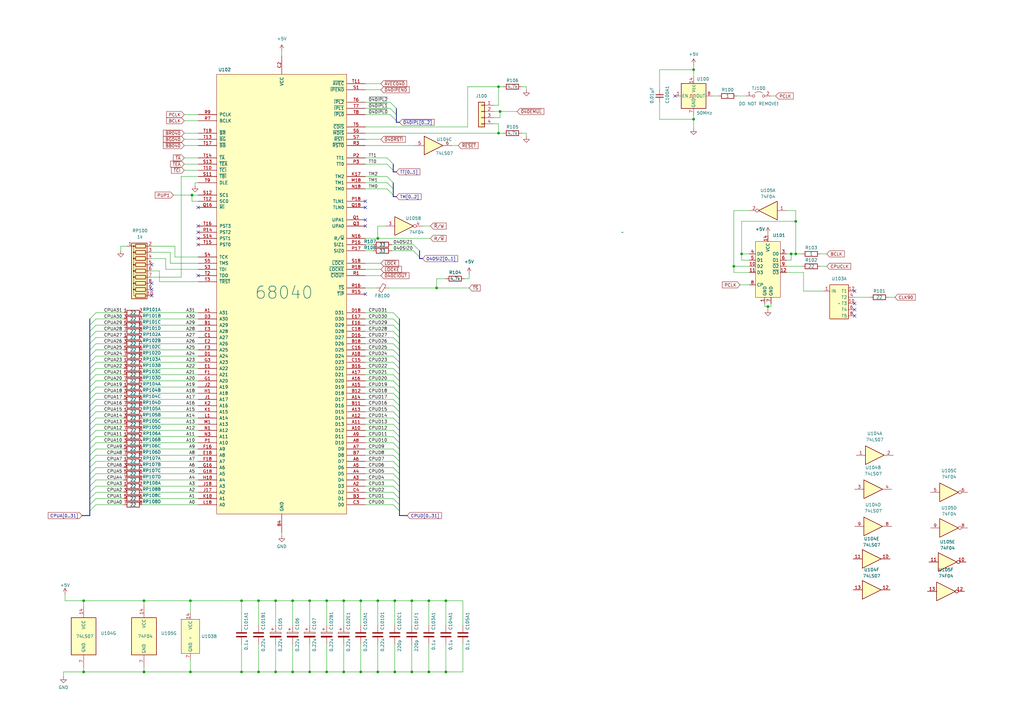
<source format=kicad_sch>
(kicad_sch (version 20230121) (generator eeschema)
  (paper "A3")
  (title_block (title "OpenA3640") (date "2023-09-13") (rev "1") (company "Griffin Retro"))
  (junction (at 120.015 275.59))
  (junction (at 140.97 275.59))
  (junction (at 161.925 275.59))
  (junction (at 168.91 275.59))
  (junction (at 168.91 246.38))
  (junction (at 78.74 80.01))
  (junction (at 326.39 104.14))
  (junction (at 179.07 118.11))
  (junction (at 59.055 275.59))
  (junction (at 182.88 246.38))
  (junction (at 204.47 35.56))
  (junction (at 99.06 246.38))
  (junction (at 127 275.59))
  (junction (at 204.47 54.61))
  (junction (at 326.39 90.805))
  (junction (at 300.99 109.22))
  (junction (at 133.985 275.59))
  (junction (at 34.29 275.59))
  (junction (at 140.97 246.38))
  (junction (at 127 246.38))
  (junction (at 78.105 275.59))
  (junction (at 154.94 246.38))
  (junction (at 133.985 246.38))
  (junction (at 324.485 104.14))
  (junction (at 161.925 246.38))
  (junction (at 154.94 275.59))
  (junction (at 147.955 275.59))
  (junction (at 113.03 275.59))
  (junction (at 99.06 275.59))
  (junction (at 284.48 28.575))
  (junction (at 106.045 275.59))
  (junction (at 175.895 246.38))
  (junction (at 284.48 48.895))
  (junction (at 106.045 246.38))
  (junction (at 147.955 246.38))
  (junction (at 113.03 246.38))
  (junction (at 182.88 275.59))
  (junction (at 205.105 45.72))
  (junction (at 78.105 246.38))
  (junction (at 154.94 97.79))
  (junction (at 304.165 104.14))
  (junction (at 120.015 246.38))
  (junction (at 34.29 246.38))
  (junction (at 175.895 275.59))
  (junction (at 59.055 246.38))
  (junction (at 314.96 125.73))
  (no_connect (at 276.86 39.37))
  (no_connect (at 350.52 127))
  (no_connect (at 81.28 100.33))
  (no_connect (at 149.86 90.17))
  (no_connect (at 149.86 120.65))
  (no_connect (at 81.28 92.71))
  (no_connect (at 81.28 113.03))
  (no_connect (at 81.28 85.09))
  (no_connect (at 62.23 121.285))
  (no_connect (at 81.28 95.25))
  (no_connect (at 149.86 82.55))
  (no_connect (at 350.52 129.54))
  (no_connect (at 62.23 108.585))
  (no_connect (at 149.86 92.71))
  (no_connect (at 149.86 85.09))
  (no_connect (at 62.23 118.745))
  (no_connect (at 350.52 119.38))
  (no_connect (at 350.52 124.46))
  (no_connect (at 62.23 116.205))
  (no_connect (at 81.28 97.79))
  (bus_entry (at 161.29 151.13) (size 2.54 2.54))
  (bus_entry (at 161.29 153.67) (size 2.54 2.54))
  (bus_entry (at 39.37 151.13) (size -2.54 2.54))
  (bus_entry (at 39.37 191.77) (size -2.54 2.54))
  (bus_entry (at 39.37 148.59) (size -2.54 2.54))
  (bus_entry (at 158.75 64.77) (size 2.54 2.54))
  (bus_entry (at 39.37 201.93) (size -2.54 2.54))
  (bus_entry (at 161.29 196.85) (size 2.54 2.54))
  (bus_entry (at 160.02 46.99) (size 2.54 2.54))
  (bus_entry (at 161.29 130.81) (size 2.54 2.54))
  (bus_entry (at 161.29 140.97) (size 2.54 2.54))
  (bus_entry (at 161.29 186.69) (size 2.54 2.54))
  (bus_entry (at 39.37 176.53) (size -2.54 2.54))
  (bus_entry (at 39.37 204.47) (size -2.54 2.54))
  (bus_entry (at 161.29 138.43) (size 2.54 2.54))
  (bus_entry (at 161.29 156.21) (size 2.54 2.54))
  (bus_entry (at 39.37 199.39) (size -2.54 2.54))
  (bus_entry (at 161.29 194.31) (size 2.54 2.54))
  (bus_entry (at 158.75 74.93) (size 2.54 2.54))
  (bus_entry (at 158.75 77.47) (size 2.54 2.54))
  (bus_entry (at 161.29 181.61) (size 2.54 2.54))
  (bus_entry (at 161.29 199.39) (size 2.54 2.54))
  (bus_entry (at 39.37 166.37) (size -2.54 2.54))
  (bus_entry (at 161.29 191.77) (size 2.54 2.54))
  (bus_entry (at 161.29 184.15) (size 2.54 2.54))
  (bus_entry (at 161.29 158.75) (size 2.54 2.54))
  (bus_entry (at 161.29 189.23) (size 2.54 2.54))
  (bus_entry (at 39.37 173.99) (size -2.54 2.54))
  (bus_entry (at 161.29 148.59) (size 2.54 2.54))
  (bus_entry (at 161.29 135.89) (size 2.54 2.54))
  (bus_entry (at 39.37 135.89) (size -2.54 2.54))
  (bus_entry (at 39.37 133.35) (size -2.54 2.54))
  (bus_entry (at 39.37 156.21) (size -2.54 2.54))
  (bus_entry (at 161.29 146.05) (size 2.54 2.54))
  (bus_entry (at 39.37 207.01) (size -2.54 2.54))
  (bus_entry (at 39.37 143.51) (size -2.54 2.54))
  (bus_entry (at 161.29 171.45) (size 2.54 2.54))
  (bus_entry (at 39.37 130.81) (size -2.54 2.54))
  (bus_entry (at 39.37 189.23) (size -2.54 2.54))
  (bus_entry (at 161.29 163.83) (size 2.54 2.54))
  (bus_entry (at 158.75 67.31) (size 2.54 2.54))
  (bus_entry (at 161.29 166.37) (size 2.54 2.54))
  (bus_entry (at 160.02 44.45) (size 2.54 2.54))
  (bus_entry (at 161.29 133.35) (size 2.54 2.54))
  (bus_entry (at 39.37 138.43) (size -2.54 2.54))
  (bus_entry (at 161.29 173.99) (size 2.54 2.54))
  (bus_entry (at 161.29 143.51) (size 2.54 2.54))
  (bus_entry (at 158.75 72.39) (size 2.54 2.54))
  (bus_entry (at 39.37 128.27) (size -2.54 2.54))
  (bus_entry (at 161.29 207.01) (size 2.54 2.54))
  (bus_entry (at 169.545 102.87) (size 2.54 2.54))
  (bus_entry (at 39.37 163.83) (size -2.54 2.54))
  (bus_entry (at 161.29 201.93) (size 2.54 2.54))
  (bus_entry (at 161.29 176.53) (size 2.54 2.54))
  (bus_entry (at 39.37 186.69) (size -2.54 2.54))
  (bus_entry (at 39.37 158.75) (size -2.54 2.54))
  (bus_entry (at 39.37 184.15) (size -2.54 2.54))
  (bus_entry (at 161.29 168.91) (size 2.54 2.54))
  (bus_entry (at 39.37 161.29) (size -2.54 2.54))
  (bus_entry (at 39.37 153.67) (size -2.54 2.54))
  (bus_entry (at 160.02 41.91) (size 2.54 2.54))
  (bus_entry (at 39.37 168.91) (size -2.54 2.54))
  (bus_entry (at 161.29 179.07) (size 2.54 2.54))
  (bus_entry (at 169.545 100.33) (size 2.54 2.54))
  (bus_entry (at 39.37 179.07) (size -2.54 2.54))
  (bus_entry (at 39.37 146.05) (size -2.54 2.54))
  (bus_entry (at 161.29 128.27) (size 2.54 2.54))
  (bus_entry (at 39.37 171.45) (size -2.54 2.54))
  (bus_entry (at 39.37 196.85) (size -2.54 2.54))
  (bus_entry (at 39.37 181.61) (size -2.54 2.54))
  (bus_entry (at 161.29 204.47) (size 2.54 2.54))
  (bus_entry (at 39.37 140.97) (size -2.54 2.54))
  (bus_entry (at 39.37 194.31) (size -2.54 2.54))
  (bus_entry (at 161.29 161.29) (size 2.54 2.54))
  (wire (pts (xy 336.55 104.14) (xy 339.09 104.14)))
  (wire (pts (xy 50.8 204.47) (xy 39.37 204.47)))
  (wire (pts (xy 58.42 201.93) (xy 81.28 201.93)))
  (wire (pts (xy 313.69 125.73) (xy 314.96 125.73)))
  (bus (pts (xy 36.83 186.69) (xy 36.83 189.23)))
  (wire (pts (xy 300.99 111.76) (xy 307.34 111.76)))
  (wire (pts (xy 50.8 199.39) (xy 39.37 199.39)))
  (wire (pts (xy 58.42 153.67) (xy 81.28 153.67)))
  (bus (pts (xy 36.83 130.81) (xy 36.83 133.35)))
  (wire (pts (xy 202.565 48.26) (xy 205.105 48.26)))
  (bus (pts (xy 162.56 49.53) (xy 162.56 50.165)))
  (wire (pts (xy 58.42 194.31) (xy 81.28 194.31)))
  (wire (pts (xy 149.86 100.33) (xy 153.035 100.33)))
  (wire (pts (xy 292.1 39.37) (xy 294.64 39.37)))
  (wire (pts (xy 58.42 171.45) (xy 81.28 171.45)))
  (wire (pts (xy 113.03 275.59) (xy 120.015 275.59)))
  (bus (pts (xy 163.83 161.29) (xy 163.83 163.83)))
  (wire (pts (xy 50.8 201.93) (xy 39.37 201.93)))
  (wire (pts (xy 149.86 77.47) (xy 158.75 77.47)))
  (wire (pts (xy 133.985 256.54) (xy 133.985 246.38)))
  (bus (pts (xy 163.83 153.67) (xy 163.83 156.21)))
  (wire (pts (xy 326.39 86.36) (xy 326.39 90.805)))
  (wire (pts (xy 59.055 248.285) (xy 59.055 246.38)))
  (wire (pts (xy 58.42 168.91) (xy 81.28 168.91)))
  (wire (pts (xy 149.86 34.29) (xy 156.21 34.29)))
  (bus (pts (xy 163.83 209.55) (xy 163.83 211.455)))
  (bus (pts (xy 163.83 168.91) (xy 163.83 171.45)))
  (wire (pts (xy 58.42 140.97) (xy 81.28 140.97)))
  (wire (pts (xy 149.86 97.79) (xy 154.94 97.79)))
  (wire (pts (xy 50.8 138.43) (xy 39.37 138.43)))
  (wire (pts (xy 304.165 106.68) (xy 304.165 104.14)))
  (wire (pts (xy 50.8 140.97) (xy 39.37 140.97)))
  (wire (pts (xy 50.8 207.01) (xy 39.37 207.01)))
  (wire (pts (xy 168.91 264.16) (xy 168.91 275.59)))
  (bus (pts (xy 163.83 140.97) (xy 163.83 143.51)))
  (wire (pts (xy 154.94 275.59) (xy 161.925 275.59)))
  (wire (pts (xy 78.105 275.59) (xy 99.06 275.59)))
  (wire (pts (xy 147.955 275.59) (xy 154.94 275.59)))
  (wire (pts (xy 191.77 52.07) (xy 191.77 35.56)))
  (bus (pts (xy 163.83 204.47) (xy 163.83 207.01)))
  (bus (pts (xy 163.83 189.23) (xy 163.83 191.77)))
  (wire (pts (xy 202.565 50.8) (xy 204.47 50.8)))
  (bus (pts (xy 161.29 67.31) (xy 161.29 69.85)))
  (bus (pts (xy 163.83 176.53) (xy 163.83 179.07)))
  (wire (pts (xy 50.8 189.23) (xy 39.37 189.23)))
  (bus (pts (xy 163.83 199.39) (xy 163.83 201.93)))
  (wire (pts (xy 50.8 148.59) (xy 39.37 148.59)))
  (wire (pts (xy 147.955 264.16) (xy 147.955 275.59)))
  (wire (pts (xy 149.86 46.99) (xy 160.02 46.99)))
  (bus (pts (xy 172.085 106.045) (xy 173.355 106.045)))
  (wire (pts (xy 191.77 35.56) (xy 204.47 35.56)))
  (bus (pts (xy 163.83 130.81) (xy 163.83 133.35)))
  (wire (pts (xy 67.945 110.49) (xy 67.945 106.045)))
  (bus (pts (xy 163.83 171.45) (xy 163.83 173.99)))
  (wire (pts (xy 34.29 275.59) (xy 26.035 275.59)))
  (wire (pts (xy 160.655 100.33) (xy 169.545 100.33)))
  (wire (pts (xy 202.565 43.18) (xy 204.47 43.18)))
  (wire (pts (xy 50.8 191.77) (xy 39.37 191.77)))
  (wire (pts (xy 75.565 69.85) (xy 81.28 69.85)))
  (wire (pts (xy 149.86 148.59) (xy 161.29 148.59)))
  (wire (pts (xy 75.565 59.69) (xy 81.28 59.69)))
  (wire (pts (xy 58.42 186.69) (xy 81.28 186.69)))
  (wire (pts (xy 314.96 125.73) (xy 314.96 127)))
  (wire (pts (xy 58.42 207.01) (xy 81.28 207.01)))
  (wire (pts (xy 324.485 106.68) (xy 324.485 104.14)))
  (wire (pts (xy 149.86 158.75) (xy 161.29 158.75)))
  (wire (pts (xy 140.97 275.59) (xy 147.955 275.59)))
  (wire (pts (xy 50.8 143.51) (xy 39.37 143.51)))
  (wire (pts (xy 58.42 184.15) (xy 81.28 184.15)))
  (bus (pts (xy 36.83 176.53) (xy 36.83 179.07)))
  (wire (pts (xy 75.565 46.99) (xy 81.28 46.99)))
  (wire (pts (xy 149.86 166.37) (xy 161.29 166.37)))
  (wire (pts (xy 307.34 86.36) (xy 300.99 86.36)))
  (wire (pts (xy 175.895 256.54) (xy 175.895 246.38)))
  (wire (pts (xy 149.86 57.15) (xy 156.21 57.15)))
  (wire (pts (xy 65.405 115.57) (xy 65.405 111.125)))
  (wire (pts (xy 50.8 194.31) (xy 39.37 194.31)))
  (wire (pts (xy 270.51 36.83) (xy 270.51 28.575)))
  (wire (pts (xy 322.58 111.76) (xy 329.565 111.76)))
  (bus (pts (xy 161.29 69.85) (xy 161.29 70.485)))
  (wire (pts (xy 284.48 46.99) (xy 284.48 48.895)))
  (wire (pts (xy 78.105 270.51) (xy 78.105 275.59)))
  (wire (pts (xy 58.42 163.83) (xy 81.28 163.83)))
  (wire (pts (xy 284.48 28.575) (xy 284.48 31.75)))
  (wire (pts (xy 34.29 273.685) (xy 34.29 275.59)))
  (wire (pts (xy 322.58 104.14) (xy 324.485 104.14)))
  (wire (pts (xy 189.865 264.16) (xy 189.865 275.59)))
  (wire (pts (xy 149.86 191.77) (xy 161.29 191.77)))
  (wire (pts (xy 304.165 104.14) (xy 307.34 104.14)))
  (wire (pts (xy 58.42 151.13) (xy 81.28 151.13)))
  (wire (pts (xy 300.99 86.36) (xy 300.99 109.22)))
  (wire (pts (xy 71.755 105.41) (xy 71.755 100.965)))
  (bus (pts (xy 36.83 189.23) (xy 36.83 191.77)))
  (bus (pts (xy 36.83 135.89) (xy 36.83 138.43)))
  (wire (pts (xy 322.58 106.68) (xy 324.485 106.68)))
  (wire (pts (xy 149.86 204.47) (xy 161.29 204.47)))
  (bus (pts (xy 36.83 138.43) (xy 36.83 140.97)))
  (wire (pts (xy 127 275.59) (xy 133.985 275.59)))
  (wire (pts (xy 160.655 102.87) (xy 169.545 102.87)))
  (wire (pts (xy 149.86 196.85) (xy 161.29 196.85)))
  (wire (pts (xy 50.8 171.45) (xy 39.37 171.45)))
  (wire (pts (xy 106.045 264.16) (xy 106.045 275.59)))
  (wire (pts (xy 58.42 158.75) (xy 81.28 158.75)))
  (wire (pts (xy 59.055 246.38) (xy 78.105 246.38)))
  (wire (pts (xy 149.86 72.39) (xy 158.75 72.39)))
  (wire (pts (xy 326.39 104.14) (xy 328.93 104.14)))
  (wire (pts (xy 34.29 246.38) (xy 34.29 248.285)))
  (wire (pts (xy 50.8 186.69) (xy 39.37 186.69)))
  (wire (pts (xy 50.8 156.21) (xy 39.37 156.21)))
  (wire (pts (xy 78.74 82.55) (xy 78.74 80.01)))
  (bus (pts (xy 162.56 50.165) (xy 163.83 50.165)))
  (wire (pts (xy 58.42 133.35) (xy 81.28 133.35)))
  (wire (pts (xy 147.955 246.38) (xy 147.955 256.54)))
  (wire (pts (xy 59.055 246.38) (xy 34.29 246.38)))
  (bus (pts (xy 163.83 184.15) (xy 163.83 186.69)))
  (bus (pts (xy 36.83 179.07) (xy 36.83 181.61)))
  (wire (pts (xy 158.115 92.71) (xy 154.94 92.71)))
  (bus (pts (xy 163.83 211.455) (xy 167.005 211.455)))
  (wire (pts (xy 58.42 179.07) (xy 81.28 179.07)))
  (wire (pts (xy 205.105 45.72) (xy 212.09 45.72)))
  (wire (pts (xy 270.51 48.895) (xy 284.48 48.895)))
  (bus (pts (xy 163.83 143.51) (xy 163.83 146.05)))
  (wire (pts (xy 120.015 264.16) (xy 120.015 275.59)))
  (wire (pts (xy 133.985 246.38) (xy 140.97 246.38)))
  (wire (pts (xy 75.565 49.53) (xy 81.28 49.53)))
  (wire (pts (xy 99.06 264.16) (xy 99.06 275.59)))
  (wire (pts (xy 50.8 176.53) (xy 39.37 176.53)))
  (wire (pts (xy 154.94 256.54) (xy 154.94 246.38)))
  (wire (pts (xy 62.23 103.505) (xy 69.85 103.505)))
  (wire (pts (xy 140.97 256.54) (xy 140.97 246.38)))
  (wire (pts (xy 284.48 48.895) (xy 284.48 52.705)))
  (wire (pts (xy 75.565 64.77) (xy 81.28 64.77)))
  (bus (pts (xy 36.83 196.85) (xy 36.83 199.39)))
  (wire (pts (xy 58.42 181.61) (xy 81.28 181.61)))
  (wire (pts (xy 120.015 275.59) (xy 127 275.59)))
  (bus (pts (xy 161.29 74.93) (xy 161.29 77.47)))
  (wire (pts (xy 284.48 26.67) (xy 284.48 28.575)))
  (wire (pts (xy 50.8 135.89) (xy 39.37 135.89)))
  (wire (pts (xy 215.9 54.61) (xy 213.995 54.61)))
  (wire (pts (xy 113.03 246.38) (xy 120.015 246.38)))
  (wire (pts (xy 149.86 74.93) (xy 158.75 74.93)))
  (wire (pts (xy 202.565 45.72) (xy 205.105 45.72)))
  (wire (pts (xy 75.565 67.31) (xy 81.28 67.31)))
  (wire (pts (xy 99.06 275.59) (xy 106.045 275.59)))
  (bus (pts (xy 36.83 199.39) (xy 36.83 201.93)))
  (wire (pts (xy 304.165 104.14) (xy 304.165 90.805)))
  (wire (pts (xy 215.9 55.88) (xy 215.9 54.61)))
  (bus (pts (xy 36.83 181.61) (xy 36.83 184.15)))
  (wire (pts (xy 74.295 113.665) (xy 74.295 72.39)))
  (wire (pts (xy 50.8 161.29) (xy 39.37 161.29)))
  (wire (pts (xy 204.47 43.18) (xy 204.47 35.56)))
  (wire (pts (xy 161.925 246.38) (xy 161.925 256.54)))
  (wire (pts (xy 350.52 121.92) (xy 356.87 121.92)))
  (wire (pts (xy 127 256.54) (xy 127 246.38)))
  (wire (pts (xy 175.895 246.38) (xy 182.88 246.38)))
  (wire (pts (xy 133.985 264.16) (xy 133.985 275.59)))
  (wire (pts (xy 304.165 90.805) (xy 326.39 90.805)))
  (bus (pts (xy 163.83 151.13) (xy 163.83 153.67)))
  (wire (pts (xy 81.28 82.55) (xy 78.74 82.55)))
  (wire (pts (xy 329.565 119.38) (xy 337.82 119.38)))
  (wire (pts (xy 149.86 128.27) (xy 161.29 128.27)))
  (wire (pts (xy 179.07 118.11) (xy 192.405 118.11)))
  (wire (pts (xy 120.015 256.54) (xy 120.015 246.38)))
  (wire (pts (xy 185.42 59.69) (xy 187.96 59.69)))
  (wire (pts (xy 314.96 95.885) (xy 314.96 96.52)))
  (wire (pts (xy 115.57 218.44) (xy 115.57 219.71)))
  (wire (pts (xy 59.055 273.685) (xy 59.055 275.59)))
  (bus (pts (xy 163.83 173.99) (xy 163.83 176.53)))
  (wire (pts (xy 161.925 264.16) (xy 161.925 275.59)))
  (wire (pts (xy 161.925 275.59) (xy 168.91 275.59)))
  (wire (pts (xy 58.42 189.23) (xy 81.28 189.23)))
  (wire (pts (xy 324.485 104.14) (xy 326.39 104.14)))
  (wire (pts (xy 300.99 109.22) (xy 300.99 111.76)))
  (wire (pts (xy 149.86 135.89) (xy 161.29 135.89)))
  (wire (pts (xy 154.94 264.16) (xy 154.94 275.59)))
  (wire (pts (xy 149.86 143.51) (xy 161.29 143.51)))
  (bus (pts (xy 36.83 161.29) (xy 36.83 163.83)))
  (wire (pts (xy 149.86 171.45) (xy 161.29 171.45)))
  (wire (pts (xy 81.28 110.49) (xy 67.945 110.49)))
  (wire (pts (xy 154.94 92.71) (xy 154.94 97.79)))
  (wire (pts (xy 149.86 199.39) (xy 161.29 199.39)))
  (wire (pts (xy 189.865 256.54) (xy 189.865 246.38)))
  (wire (pts (xy 69.85 103.505) (xy 69.85 107.95)))
  (wire (pts (xy 50.8 151.13) (xy 39.37 151.13)))
  (wire (pts (xy 59.055 275.59) (xy 34.29 275.59)))
  (wire (pts (xy 161.925 246.38) (xy 168.91 246.38)))
  (wire (pts (xy 149.86 54.61) (xy 204.47 54.61)))
  (wire (pts (xy 322.58 109.22) (xy 328.93 109.22)))
  (wire (pts (xy 149.86 59.69) (xy 170.18 59.69)))
  (bus (pts (xy 172.085 105.41) (xy 172.085 106.045)))
  (wire (pts (xy 336.55 109.22) (xy 339.09 109.22)))
  (wire (pts (xy 75.565 54.61) (xy 81.28 54.61)))
  (wire (pts (xy 149.86 207.01) (xy 161.29 207.01)))
  (wire (pts (xy 52.07 100.965) (xy 49.53 100.965)))
  (wire (pts (xy 140.97 264.16) (xy 140.97 275.59)))
  (wire (pts (xy 149.86 140.97) (xy 161.29 140.97)))
  (wire (pts (xy 50.8 128.27) (xy 39.37 128.27)))
  (bus (pts (xy 36.83 143.51) (xy 36.83 146.05)))
  (wire (pts (xy 205.105 48.26) (xy 205.105 45.72)))
  (bus (pts (xy 36.83 171.45) (xy 36.83 173.99)))
  (wire (pts (xy 58.42 138.43) (xy 81.28 138.43)))
  (wire (pts (xy 173.355 92.71) (xy 176.53 92.71)))
  (wire (pts (xy 58.42 148.59) (xy 81.28 148.59)))
  (wire (pts (xy 149.86 138.43) (xy 161.29 138.43)))
  (wire (pts (xy 270.51 28.575) (xy 284.48 28.575)))
  (wire (pts (xy 50.8 166.37) (xy 39.37 166.37)))
  (wire (pts (xy 149.86 107.95) (xy 156.21 107.95)))
  (wire (pts (xy 71.12 80.01) (xy 78.74 80.01)))
  (bus (pts (xy 36.83 204.47) (xy 36.83 207.01)))
  (wire (pts (xy 149.86 168.91) (xy 161.29 168.91)))
  (bus (pts (xy 36.83 151.13) (xy 36.83 153.67)))
  (wire (pts (xy 316.23 125.73) (xy 316.23 124.46)))
  (bus (pts (xy 36.83 156.21) (xy 36.83 158.75)))
  (wire (pts (xy 215.9 35.56) (xy 215.9 36.83)))
  (wire (pts (xy 149.86 151.13) (xy 161.29 151.13)))
  (wire (pts (xy 58.42 161.29) (xy 81.28 161.29)))
  (wire (pts (xy 149.86 110.49) (xy 156.21 110.49)))
  (bus (pts (xy 163.83 166.37) (xy 163.83 168.91)))
  (wire (pts (xy 99.06 256.54) (xy 99.06 246.38)))
  (bus (pts (xy 163.83 148.59) (xy 163.83 151.13)))
  (wire (pts (xy 326.39 90.805) (xy 326.39 104.14)))
  (wire (pts (xy 307.34 106.68) (xy 304.165 106.68)))
  (wire (pts (xy 58.42 146.05) (xy 81.28 146.05)))
  (wire (pts (xy 149.86 153.67) (xy 161.29 153.67)))
  (bus (pts (xy 36.83 146.05) (xy 36.83 148.59)))
  (bus (pts (xy 36.83 207.01) (xy 36.83 209.55)))
  (wire (pts (xy 168.91 256.54) (xy 168.91 246.38)))
  (wire (pts (xy 71.755 100.965) (xy 62.23 100.965)))
  (wire (pts (xy 58.42 130.81) (xy 81.28 130.81)))
  (wire (pts (xy 154.94 246.38) (xy 161.925 246.38)))
  (wire (pts (xy 149.86 133.35) (xy 161.29 133.35)))
  (wire (pts (xy 300.99 109.22) (xy 307.34 109.22)))
  (bus (pts (xy 163.83 156.21) (xy 163.83 158.75)))
  (bus (pts (xy 36.83 184.15) (xy 36.83 186.69)))
  (wire (pts (xy 182.88 114.3) (xy 179.07 114.3)))
  (wire (pts (xy 149.86 102.87) (xy 153.035 102.87)))
  (wire (pts (xy 50.8 153.67) (xy 39.37 153.67)))
  (wire (pts (xy 115.57 20.955) (xy 115.57 22.86)))
  (wire (pts (xy 149.86 118.11) (xy 154.305 118.11)))
  (wire (pts (xy 149.86 36.83) (xy 156.21 36.83)))
  (bus (pts (xy 163.83 194.31) (xy 163.83 196.85)))
  (wire (pts (xy 159.385 118.11) (xy 179.07 118.11)))
  (bus (pts (xy 36.83 201.93) (xy 36.83 204.47)))
  (wire (pts (xy 26.67 246.38) (xy 26.67 243.84)))
  (wire (pts (xy 303.53 116.84) (xy 307.34 116.84)))
  (wire (pts (xy 50.8 130.81) (xy 39.37 130.81)))
  (bus (pts (xy 36.83 158.75) (xy 36.83 161.29)))
  (wire (pts (xy 65.405 111.125) (xy 62.23 111.125)))
  (wire (pts (xy 149.86 113.03) (xy 156.21 113.03)))
  (wire (pts (xy 50.8 173.99) (xy 39.37 173.99)))
  (wire (pts (xy 74.295 72.39) (xy 81.28 72.39)))
  (wire (pts (xy 78.74 80.01) (xy 81.28 80.01)))
  (wire (pts (xy 106.045 256.54) (xy 106.045 246.38)))
  (wire (pts (xy 149.86 161.29) (xy 161.29 161.29)))
  (bus (pts (xy 36.83 211.455) (xy 33.655 211.455)))
  (wire (pts (xy 69.85 107.95) (xy 81.28 107.95)))
  (bus (pts (xy 163.83 181.61) (xy 163.83 184.15)))
  (bus (pts (xy 36.83 173.99) (xy 36.83 176.53)))
  (wire (pts (xy 175.895 264.16) (xy 175.895 275.59)))
  (wire (pts (xy 149.86 189.23) (xy 161.29 189.23)))
  (bus (pts (xy 162.56 44.45) (xy 162.56 46.99)))
  (wire (pts (xy 34.29 246.38) (xy 26.67 246.38)))
  (wire (pts (xy 127 264.16) (xy 127 275.59)))
  (bus (pts (xy 163.83 179.07) (xy 163.83 181.61)))
  (wire (pts (xy 50.8 196.85) (xy 39.37 196.85)))
  (wire (pts (xy 120.015 246.38) (xy 127 246.38)))
  (wire (pts (xy 302.26 39.37) (xy 306.07 39.37)))
  (wire (pts (xy 58.42 156.21) (xy 81.28 156.21)))
  (wire (pts (xy 149.86 44.45) (xy 160.02 44.45)))
  (bus (pts (xy 163.83 146.05) (xy 163.83 148.59)))
  (wire (pts (xy 149.86 64.77) (xy 158.75 64.77)))
  (wire (pts (xy 206.375 54.61) (xy 204.47 54.61)))
  (wire (pts (xy 182.88 264.16) (xy 182.88 275.59)))
  (bus (pts (xy 36.83 166.37) (xy 36.83 168.91)))
  (wire (pts (xy 192.405 114.3) (xy 190.5 114.3)))
  (wire (pts (xy 78.105 246.38) (xy 99.06 246.38)))
  (wire (pts (xy 50.8 184.15) (xy 39.37 184.15)))
  (bus (pts (xy 163.83 158.75) (xy 163.83 161.29)))
  (wire (pts (xy 58.42 191.77) (xy 81.28 191.77)))
  (wire (pts (xy 179.07 114.3) (xy 179.07 118.11)))
  (wire (pts (xy 50.8 133.35) (xy 39.37 133.35)))
  (wire (pts (xy 149.86 67.31) (xy 158.75 67.31)))
  (bus (pts (xy 163.83 186.69) (xy 163.83 189.23)))
  (wire (pts (xy 58.42 196.85) (xy 81.28 196.85)))
  (wire (pts (xy 58.42 204.47) (xy 81.28 204.47)))
  (wire (pts (xy 50.8 163.83) (xy 39.37 163.83)))
  (wire (pts (xy 50.8 181.61) (xy 39.37 181.61)))
  (wire (pts (xy 204.47 50.8) (xy 204.47 54.61)))
  (wire (pts (xy 58.42 143.51) (xy 81.28 143.51)))
  (wire (pts (xy 213.995 35.56) (xy 215.9 35.56)))
  (wire (pts (xy 329.565 111.76) (xy 329.565 119.38)))
  (bus (pts (xy 36.83 168.91) (xy 36.83 171.45)))
  (wire (pts (xy 50.8 179.07) (xy 39.37 179.07)))
  (wire (pts (xy 58.42 176.53) (xy 81.28 176.53)))
  (wire (pts (xy 192.405 112.395) (xy 192.405 114.3)))
  (bus (pts (xy 36.83 140.97) (xy 36.83 143.51)))
  (wire (pts (xy 175.895 275.59) (xy 182.88 275.59)))
  (wire (pts (xy 58.42 199.39) (xy 81.28 199.39)))
  (wire (pts (xy 149.86 181.61) (xy 161.29 181.61)))
  (wire (pts (xy 75.565 57.15) (xy 81.28 57.15)))
  (wire (pts (xy 106.045 246.38) (xy 113.03 246.38)))
  (wire (pts (xy 81.28 115.57) (xy 65.405 115.57)))
  (bus (pts (xy 36.83 133.35) (xy 36.83 135.89)))
  (wire (pts (xy 204.47 35.56) (xy 206.375 35.56)))
  (wire (pts (xy 149.86 184.15) (xy 161.29 184.15)))
  (wire (pts (xy 113.03 256.54) (xy 113.03 246.38)))
  (bus (pts (xy 36.83 153.67) (xy 36.83 156.21)))
  (bus (pts (xy 36.83 163.83) (xy 36.83 166.37)))
  (wire (pts (xy 127 246.38) (xy 133.985 246.38)))
  (wire (pts (xy 149.86 201.93) (xy 161.29 201.93)))
  (wire (pts (xy 106.045 275.59) (xy 113.03 275.59)))
  (wire (pts (xy 58.42 173.99) (xy 81.28 173.99)))
  (bus (pts (xy 36.83 191.77) (xy 36.83 194.31)))
  (wire (pts (xy 270.51 41.91) (xy 270.51 48.895)))
  (wire (pts (xy 58.42 135.89) (xy 81.28 135.89)))
  (wire (pts (xy 364.49 121.92) (xy 367.03 121.92)))
  (wire (pts (xy 182.88 256.54) (xy 182.88 246.38)))
  (bus (pts (xy 163.83 163.83) (xy 163.83 166.37)))
  (wire (pts (xy 58.42 166.37) (xy 81.28 166.37)))
  (wire (pts (xy 50.8 146.05) (xy 39.37 146.05)))
  (wire (pts (xy 149.86 179.07) (xy 161.29 179.07)))
  (bus (pts (xy 163.83 135.89) (xy 163.83 138.43)))
  (wire (pts (xy 182.88 246.38) (xy 189.865 246.38)))
  (wire (pts (xy 147.955 246.38) (xy 154.94 246.38)))
  (wire (pts (xy 149.86 146.05) (xy 161.29 146.05)))
  (wire (pts (xy 168.91 275.59) (xy 175.895 275.59)))
  (wire (pts (xy 149.86 163.83) (xy 161.29 163.83)))
  (wire (pts (xy 313.69 124.46) (xy 313.69 125.73)))
  (bus (pts (xy 163.83 133.35) (xy 163.83 135.89)))
  (wire (pts (xy 80.01 74.93) (xy 80.01 76.2)))
  (wire (pts (xy 62.23 113.665) (xy 74.295 113.665)))
  (wire (pts (xy 149.86 186.69) (xy 161.29 186.69)))
  (bus (pts (xy 163.83 201.93) (xy 163.83 204.47)))
  (wire (pts (xy 154.94 97.79) (xy 176.53 97.79)))
  (wire (pts (xy 140.97 246.38) (xy 147.955 246.38)))
  (wire (pts (xy 50.8 168.91) (xy 39.37 168.91)))
  (bus (pts (xy 172.085 102.87) (xy 172.085 105.41)))
  (bus (pts (xy 163.83 207.01) (xy 163.83 209.55)))
  (wire (pts (xy 182.88 275.59) (xy 189.865 275.59)))
  (bus (pts (xy 36.83 194.31) (xy 36.83 196.85)))
  (wire (pts (xy 316.23 39.37) (xy 318.135 39.37)))
  (bus (pts (xy 36.83 209.55) (xy 36.83 211.455)))
  (wire (pts (xy 78.105 246.38) (xy 78.105 251.46)))
  (wire (pts (xy 133.985 275.59) (xy 140.97 275.59)))
  (wire (pts (xy 314.96 125.73) (xy 316.23 125.73)))
  (wire (pts (xy 149.86 194.31) (xy 161.29 194.31)))
  (bus (pts (xy 163.83 196.85) (xy 163.83 199.39)))
  (wire (pts (xy 168.91 246.38) (xy 175.895 246.38)))
  (wire (pts (xy 113.03 264.16) (xy 113.03 275.59)))
  (bus (pts (xy 36.83 148.59) (xy 36.83 151.13)))
  (wire (pts (xy 67.945 106.045) (xy 62.23 106.045)))
  (bus (pts (xy 161.29 77.47) (xy 161.29 80.01)))
  (wire (pts (xy 149.86 52.07) (xy 191.77 52.07)))
  (bus (pts (xy 162.56 46.99) (xy 162.56 49.53)))
  (wire (pts (xy 49.53 100.965) (xy 49.53 102.87)))
  (bus (pts (xy 163.83 138.43) (xy 163.83 140.97)))
  (bus (pts (xy 161.29 80.645) (xy 162.56 80.645)))
  (bus (pts (xy 163.83 191.77) (xy 163.83 194.31)))
  (wire (pts (xy 81.28 105.41) (xy 71.755 105.41)))
  (wire (pts (xy 81.28 74.93) (xy 80.01 74.93)))
  (wire (pts (xy 149.86 41.91) (xy 160.02 41.91)))
  (wire (pts (xy 59.055 275.59) (xy 78.105 275.59)))
  (wire (pts (xy 50.8 158.75) (xy 39.37 158.75)))
  (wire (pts (xy 149.86 156.21) (xy 161.29 156.21)))
  (bus (pts (xy 161.29 80.01) (xy 161.29 80.645)))
  (wire (pts (xy 58.42 128.27) (xy 81.28 128.27)))
  (wire (pts (xy 149.86 130.81) (xy 161.29 130.81)))
  (bus (pts (xy 161.29 70.485) (xy 162.56 70.485)))
  (wire (pts (xy 149.86 176.53) (xy 161.29 176.53)))
  (wire (pts (xy 322.58 86.36) (xy 326.39 86.36)))
  (wire (pts (xy 99.06 246.38) (xy 106.045 246.38)))
  (wire (pts (xy 26.035 275.59) (xy 26.035 277.495)))
  (wire (pts (xy 149.86 173.99) (xy 161.29 173.99)))
  (label "CPUD7" (at 151.13 189.23 0))
  (label "CPUA22" (at 50.165 151.13 180))
  (label "CPUD5" (at 151.13 194.31 0))
  (label "A23" (at 80.01 148.59 180))
  (label "CPUD20" (at 151.13 156.21 0))
  (label "CPUD10" (at 151.13 181.61 0))
  (label "CPUD28" (at 151.13 135.89 0))
  (label "CPUA0" (at 50.165 207.01 180))
  (label "CPUD25" (at 151.13 143.51 0))
  (label "CPUD14" (at 151.13 171.45 0))
  (label "CPUA18" (at 50.165 161.29 180))
  (label "A5" (at 80.01 194.31 180))
  (label "TM1" (at 151.13 74.93 0))
  (label "CPUA13" (at 50.165 173.99 180))
  (label "CPUD17" (at 151.13 163.83 0))
  (label "A21" (at 80.01 153.67 180))
  (label "CPUA1" (at 50.165 204.47 180))
  (label "CPUA31" (at 50.165 128.27 180))
  (label "A25" (at 80.01 143.51 180))
  (label "CPUA7" (at 50.165 189.23 180))
  (label "A16" (at 80.01 166.37 180))
  (label "A15" (at 80.01 168.91 180))
  (label "~{040IPL0}" (at 151.13 46.99 0))
  (label "CPUA3" (at 50.165 199.39 180))
  (label "A11" (at 80.01 179.07 180))
  (label "A13" (at 80.01 173.99 180))
  (label "CPUA11" (at 50.165 179.07 180))
  (label "A1" (at 80.01 204.47 180))
  (label "CPUA9" (at 50.165 184.15 180))
  (label "A4" (at 80.01 196.85 180))
  (label "TT1" (at 151.13 64.77 0))
  (label "CPUA8" (at 50.165 186.69 180))
  (label "CPUA16" (at 50.165 166.37 180))
  (label "CPUD23" (at 151.13 148.59 0))
  (label "CPUD27" (at 151.13 138.43 0))
  (label "A9" (at 80.01 184.15 180))
  (label "CPUA23" (at 50.165 148.59 180))
  (label "CPUA2" (at 50.165 201.93 180))
  (label "040SIZ1" (at 161.29 100.33 0))
  (label "A27" (at 80.01 138.43 180))
  (label "A19" (at 80.01 158.75 180))
  (label "TM0" (at 151.13 77.47 0))
  (label "CPUA28" (at 50.165 135.89 180))
  (label "CPUD22" (at 151.13 151.13 0))
  (label "CPUA21" (at 50.165 153.67 180))
  (label "CPUD0" (at 151.13 207.01 0))
  (label "CPUD31" (at 151.13 128.27 0))
  (label "A8" (at 80.01 186.69 180))
  (label "CPUD16" (at 151.13 166.37 0))
  (label "A12" (at 80.01 176.53 180))
  (label "A20" (at 80.01 156.21 180))
  (label "TT0" (at 151.13 67.31 0))
  (label "CPUD30" (at 151.13 130.81 0))
  (label "A29" (at 80.01 133.35 180))
  (label "CPUD26" (at 151.13 140.97 0))
  (label "040SIZ0" (at 161.29 102.87 0))
  (label "CPUA25" (at 50.165 143.51 180))
  (label "CPUD4" (at 151.13 196.85 0))
  (label "CPUD6" (at 151.13 191.77 0))
  (label "CPUA6" (at 50.165 191.77 180))
  (label "CPUA17" (at 50.165 163.83 180))
  (label "A24" (at 80.01 146.05 180))
  (label "CPUA10" (at 50.165 181.61 180))
  (label "CPUA29" (at 50.165 133.35 180))
  (label "CPUD18" (at 151.13 161.29 0))
  (label "CPUA30" (at 50.165 130.81 180))
  (label "CPUD21" (at 151.13 153.67 0))
  (label "A7" (at 80.01 189.23 180))
  (label "A28" (at 80.01 135.89 180))
  (label "A6" (at 80.01 191.77 180))
  (label "CPUD9" (at 151.13 184.15 0))
  (label "TM2" (at 151.13 72.39 0))
  (label "A3" (at 80.01 199.39 180))
  (label "CPUD29" (at 151.13 133.35 0))
  (label "CPUA27" (at 50.165 138.43 180))
  (label "CPUA26" (at 50.165 140.97 180))
  (label "A10" (at 80.01 181.61 180))
  (label "CPUD15" (at 151.13 168.91 0))
  (label "CPUA20" (at 50.165 156.21 180))
  (label "CPUA15" (at 50.165 168.91 180))
  (label "CPUA5" (at 50.165 194.31 180))
  (label "CPUD1" (at 151.13 204.47 0))
  (label "CPUA4" (at 50.165 196.85 180))
  (label "~{040IPL1}" (at 151.13 44.45 0))
  (label "CPUD24" (at 151.13 146.05 0))
  (label "CPUD11" (at 151.13 179.07 0))
  (label "CPUD12" (at 151.13 176.53 0))
  (label "A22" (at 80.01 151.13 180))
  (label "A17" (at 80.01 163.83 180))
  (label "A2" (at 80.01 201.93 180))
  (label "CPUD19" (at 151.13 158.75 0))
  (label "A14" (at 80.01 171.45 180))
  (label "A26" (at 80.01 140.97 180))
  (label "~{040IPL2}" (at 151.13 41.91 0))
  (label "CPUD2" (at 151.13 201.93 0))
  (label "A0" (at 80.01 207.01 180))
  (label "CPUA14" (at 50.165 171.45 180))
  (label "CPUA19" (at 50.165 158.75 180))
  (label "CPUD8" (at 151.13 186.69 0))
  (label "CPUD13" (at 151.13 173.99 0))
  (label "CPUA24" (at 50.165 146.05 180))
  (label "CPUD3" (at 151.13 199.39 0))
  (label "CPUA12" (at 50.165 176.53 180))
  (label "A18" (at 80.01 161.29 180))
  (label "A31" (at 80.01 128.27 180))
  (label "A30" (at 80.01 130.81 180))
  (global_label "BCLK" (shape input) (at 339.09 104.14 0) (property "Intersheetrefs" "${INTERSHEET_REFS}" (effects hide)))
  (global_label "~{AVEC040}" (shape input) (at 156.21 34.29 0) (property "Intersheetrefs" "${INTERSHEET_REFS}" (effects hide)))
  (global_label "PCLK" (shape input) (at 303.53 116.84 180) (property "Intersheetrefs" "${INTERSHEET_REFS}" (effects hide)))
  (global_label "TT[0..1]" (shape input) (at 162.56 70.485 0) (property "Intersheetrefs" "${INTERSHEET_REFS}" (effects hide)))
  (global_label "R{slash}~{W}" (shape input) (at 176.53 97.79 0) (property "Intersheetrefs" "${INTERSHEET_REFS}" (effects hide)))
  (global_label "~{TEA}" (shape input) (at 75.565 67.31 180) (property "Intersheetrefs" "${INTERSHEET_REFS}" (effects hide)))
  (global_label "PUP1" (shape input) (at 71.12 80.01 180) (property "Intersheetrefs" "${INTERSHEET_REFS}" (effects hide)))
  (global_label "~{040IPEND}" (shape input) (at 156.21 36.83 0) (property "Intersheetrefs" "${INTERSHEET_REFS}" (effects hide)))
  (global_label "040SIZ[0..1]" (shape input) (at 173.355 106.045 0) (property "Intersheetrefs" "${INTERSHEET_REFS}" (effects hide)))
  (global_label "~{TS}" (shape input) (at 192.405 118.11 0) (property "Intersheetrefs" "${INTERSHEET_REFS}" (effects hide)))
  (global_label "CPUCLK" (shape input) (at 339.09 109.22 0) (property "Intersheetrefs" "${INTERSHEET_REFS}" (effects hide)))
  (global_label "CPUD[0..31]" (shape input) (at 167.005 211.455 0) (property "Intersheetrefs" "${INTERSHEET_REFS}" (effects hide)))
  (global_label "~{TA}" (shape input) (at 75.565 64.77 180) (property "Intersheetrefs" "${INTERSHEET_REFS}" (effects hide)))
  (global_label "~{040CIOUT}" (shape input) (at 156.21 113.03 0) (property "Intersheetrefs" "${INTERSHEET_REFS}" (effects hide)))
  (global_label "CPUA[0..31]" (shape input) (at 33.655 211.455 180) (property "Intersheetrefs" "${INTERSHEET_REFS}" (effects hide)))
  (global_label "CLK90" (shape input) (at 367.03 121.92 0) (property "Intersheetrefs" "${INTERSHEET_REFS}" (effects hide)))
  (global_label "~{TCI}" (shape input) (at 75.565 69.85 180) (property "Intersheetrefs" "${INTERSHEET_REFS}" (effects hide)))
  (global_label "~{R}{slash}W" (shape input) (at 176.53 92.71 0) (property "Intersheetrefs" "${INTERSHEET_REFS}" (effects hide)))
  (global_label "~{BB040}" (shape input) (at 75.565 59.69 180) (property "Intersheetrefs" "${INTERSHEET_REFS}" (effects hide)))
  (global_label "PCLK" (shape input) (at 318.135 39.37 0) (property "Intersheetrefs" "${INTERSHEET_REFS}" (effects hide)))
  (global_label "~{LOCK}" (shape input) (at 156.21 107.95 0) (property "Intersheetrefs" "${INTERSHEET_REFS}" (effects hide)))
  (global_label "~{040EMUL}" (shape input) (at 212.09 45.72 0) (property "Intersheetrefs" "${INTERSHEET_REFS}" (effects hide)))
  (global_label "~{040IPL[0..2]}" (shape input) (at 163.83 50.165 0) (property "Intersheetrefs" "${INTERSHEET_REFS}" (effects hide)))
  (global_label "TM[0..2]" (shape input) (at 162.56 80.645 0) (property "Intersheetrefs" "${INTERSHEET_REFS}" (effects hide)))
  (global_label "~{BG040}" (shape input) (at 75.565 57.15 180) (property "Intersheetrefs" "${INTERSHEET_REFS}" (effects hide)))
  (global_label "~{040RSTI}" (shape input) (at 156.21 57.15 0) (property "Intersheetrefs" "${INTERSHEET_REFS}" (effects hide)))
  (global_label "~{RESET}" (shape input) (at 187.96 59.69 0) (property "Intersheetrefs" "${INTERSHEET_REFS}" (effects hide)))
  (global_label "~{LOCKE}" (shape input) (at 156.21 110.49 0) (property "Intersheetrefs" "${INTERSHEET_REFS}" (effects hide)))
  (global_label "BCLK" (shape input) (at 75.565 49.53 180) (property "Intersheetrefs" "${INTERSHEET_REFS}" (effects hide)))
  (global_label "~{BR040}" (shape input) (at 75.565 54.61 180) (property "Intersheetrefs" "${INTERSHEET_REFS}" (effects hide)))
  (global_label "PCLK" (shape input) (at 75.565 46.99 180) (property "Intersheetrefs" "${INTERSHEET_REFS}" (effects hide)))
  (symbol (lib_id "Griffin-CPU:68040") (at 115.57 120.65 0) (unit 1)
    (property "Reference" "U102" (at 89.535 28.575 0) (effects (justify left)))
    (property "Value" "68040" (at 104.14 120.015 0) (effects (font (size 5 5)) (justify left)))
    (property "Footprint" "Griffin-footprints:PGA-179_18x18_47.5x47.5mm" (effects hide))
    (property "Datasheet" "https://www.nxp.com/docs/en/reference-manual/MC68040UM.pdf" (effects hide))
  )
  (symbol (lib_id "Device:R_Pack04_SIP_Split") (at 54.61 148.59 270) (unit 1)
    (property "Reference" "RP103" (at 62.23 147.32 90))
    (property "Value" "22" (at 54.61 148.59 90))
    (property "Footprint" "Resistor_THT:R_Array_SIP8" (effects hide))
    (property "Datasheet" "http://www.vishay.com/docs/31509/csc.pdf" (effects hide))
  )
  (symbol (lib_id "power:GND") (at 80.01 76.2 0) (unit 1)
    (property "Reference" "#PWR022" (effects hide))
    (property "Value" "GND" (effects hide))
  )
  (symbol (lib_id "Device:C") (at 168.91 260.35 0) (unit 1)
    (property "Reference" "C101F1" (at 170.815 258.445 90) (effects (justify left)))
    (property "Value" "220p" (at 170.815 267.335 90) (effects (justify left)))
    (property "Footprint" "Capacitor_SMD:C_1206_3216Metric_Pad1.33x1.80mm_HandSolder" (effects hide))
  )
  (symbol (lib_id "Device:R_Pack04_SIP_Split") (at 54.61 176.53 270) (unit 4)
    (property "Reference" "RP105" (at 62.23 175.26 90))
    (property "Value" "22" (at 54.61 176.53 90))
    (property "Footprint" "Resistor_THT:R_Array_SIP8" (effects hide))
    (property "Datasheet" "http://www.vishay.com/docs/31509/csc.pdf" (effects hide))
  )
  (symbol (lib_id "Device:C") (at 182.88 260.35 0) (unit 1)
    (property "Reference" "C104A1" (at 184.785 258.445 90) (effects (justify left)))
    (property "Value" "0.1u" (at 184.785 266.7 90) (effects (justify left)))
    (property "Footprint" "Capacitor_SMD:C_1206_3216Metric_Pad1.33x1.80mm_HandSolder" (effects hide))
  )
  (symbol (lib_id "Device:C_Small") (at 270.51 39.37 0) (unit 1)
    (property "Reference" "C100A1" (at 273.685 42.545 90) (effects (justify left)))
    (property "Value" "0.01µF" (at 267.335 42.545 90) (effects (justify left)))
    (property "Footprint" "Capacitor_SMD:C_1206_3216Metric_Pad1.33x1.80mm_HandSolder" (effects hide))
  )
  (symbol (lib_id "Device:R_Pack04_SIP_Split") (at 54.61 156.21 270) (unit 4)
    (property "Reference" "RP103" (at 62.23 154.94 90))
    (property "Value" "22" (at 54.61 156.21 90))
    (property "Footprint" "Resistor_THT:R_Array_SIP8" (effects hide))
    (property "Datasheet" "http://www.vishay.com/docs/31509/csc.pdf" (effects hide))
  )
  (symbol (lib_id "Device:C") (at 147.955 260.35 0) (unit 1)
    (property "Reference" "C102A1" (at 149.86 258.445 90) (effects (justify left)))
    (property "Value" "0.22u" (at 149.86 267.335 90) (effects (justify left)))
    (property "Footprint" "Capacitor_SMD:C_1206_3216Metric_Pad1.33x1.80mm_HandSolder" (effects hide))
  )
  (symbol (lib_id "Device:R_Pack04_SIP_Split") (at 54.61 196.85 270) (unit 4)
    (property "Reference" "RP107" (at 62.23 195.58 90))
    (property "Value" "22" (at 54.61 196.85 90))
    (property "Footprint" "Resistor_THT:R_Array_SIP8" (effects hide))
    (property "Datasheet" "http://www.vishay.com/docs/31509/csc.pdf" (effects hide))
  )
  (symbol (lib_id "Device:R_Pack04_SIP_Split") (at 54.61 166.37 270) (unit 4)
    (property "Reference" "RP104" (at 62.23 165.1 90))
    (property "Value" "22" (at 54.61 166.37 90))
    (property "Footprint" "Resistor_THT:R_Array_SIP8" (effects hide))
    (property "Datasheet" "http://www.vishay.com/docs/31509/csc.pdf" (effects hide))
  )
  (symbol (lib_id "Device:R_Pack04_SIP_Split") (at 54.61 146.05 270) (unit 4)
    (property "Reference" "RP102" (at 62.23 144.78 90))
    (property "Value" "22" (at 54.61 146.05 90))
    (property "Footprint" "Resistor_THT:R_Array_SIP8" (effects hide))
    (property "Datasheet" "http://www.vishay.com/docs/31509/csc.pdf" (effects hide))
  )
  (symbol (lib_id "Device:R_Pack04_SIP_Split") (at 54.61 171.45 270) (unit 2)
    (property "Reference" "RP105" (at 62.23 170.18 90))
    (property "Value" "22" (at 54.61 171.45 90))
    (property "Footprint" "Resistor_THT:R_Array_SIP8" (effects hide))
    (property "Datasheet" "http://www.vishay.com/docs/31509/csc.pdf" (effects hide))
  )
  (symbol (lib_id "Device:R_Pack04_SIP_Split") (at 54.61 191.77 270) (unit 2)
    (property "Reference" "RP107" (at 62.23 190.5 90))
    (property "Value" "22" (at 54.61 191.77 90))
    (property "Footprint" "Resistor_THT:R_Array_SIP8" (effects hide))
    (property "Datasheet" "http://www.vishay.com/docs/31509/csc.pdf" (effects hide))
  )
  (symbol (lib_id "power:+5V") (at 314.96 95.885 0) (unit 1)
    (property "Reference" "#PWR033" (effects hide))
    (property "Value" "+5V" (at 311.785 93.98 0))
  )
  (symbol (lib_id "Device:C_Polarized") (at 127 260.35 0) (unit 1)
    (property "Reference" "C107" (at 128.905 258.445 90) (effects (justify left)))
    (property "Value" "0.22u" (at 128.905 267.335 90) (effects (justify left)))
    (property "Footprint" "Capacitor_SMD:CP_Elec_5x3.9" (effects hide))
  )
  (symbol (lib_id "Device:C_Polarized") (at 120.015 260.35 0) (unit 1)
    (property "Reference" "C106" (at 121.92 258.445 90) (effects (justify left)))
    (property "Value" "0.22u" (at 121.92 267.335 90) (effects (justify left)))
    (property "Footprint" "Capacitor_SMD:CP_Elec_5x3.9" (effects hide))
  )
  (symbol (lib_id "Device:R_Pack04_SIP_Split") (at 54.61 207.01 270) (unit 4)
    (property "Reference" "RP108" (at 62.23 205.74 90))
    (property "Value" "22" (at 54.61 207.01 90))
    (property "Footprint" "Resistor_THT:R_Array_SIP8" (effects hide))
    (property "Datasheet" "http://www.vishay.com/docs/31509/csc.pdf" (effects hide))
  )
  (symbol (lib_id "74xx:74LS07") (at 357.505 229.235 0) (unit 5)
    (property "Reference" "U104" (at 357.505 220.98 0))
    (property "Value" "74LS07" (at 357.505 223.52 0))
    (property "Footprint" "Package_SO:SOIC-14_3.9x8.7mm_P1.27mm" (effects hide))
    (property "Datasheet" "www.ti.com/lit/ds/symlink/sn74ls07.pdf" (effects hide))
  )
  (symbol (lib_id "74xx:74LS07") (at 357.505 241.935 0) (unit 6)
    (property "Reference" "U104" (at 357.505 233.68 0))
    (property "Value" "74LS07" (at 357.505 236.22 0))
    (property "Footprint" "Package_SO:SOIC-14_3.9x8.7mm_P1.27mm" (effects hide))
    (property "Datasheet" "www.ti.com/lit/ds/symlink/sn74ls07.pdf" (effects hide))
  )
  (symbol (lib_id "Device:R_Pack04_SIP_Split") (at 54.61 173.99 270) (unit 3)
    (property "Reference" "RP105" (at 62.23 172.72 90))
    (property "Value" "22" (at 54.61 173.99 90))
    (property "Footprint" "Resistor_THT:R_Array_SIP8" (effects hide))
    (property "Datasheet" "http://www.vishay.com/docs/31509/csc.pdf" (effects hide))
  )
  (symbol (lib_id "74xx:74LS04") (at 314.96 86.36 180) (unit 1)
    (property "Reference" "U105" (at 314.96 78.105 0))
    (property "Value" "74F04" (at 314.96 80.645 0))
    (property "Footprint" "Package_SO:SOIC-14_3.9x8.7mm_P1.27mm" (effects hide))
    (property "Datasheet" "http://www.ti.com/lit/gpn/sn74LS04" (effects hide))
  )
  (symbol (lib_id "Device:R_Pack04_SIP_Split") (at 54.61 168.91 270) (unit 1)
    (property "Reference" "RP105" (at 62.23 167.64 90))
    (property "Value" "22" (at 54.61 168.91 90))
    (property "Footprint" "Resistor_THT:R_Array_SIP8" (effects hide))
    (property "Datasheet" "http://www.vishay.com/docs/31509/csc.pdf" (effects hide))
  )
  (symbol (lib_id "Device:R_Pack04_SIP_Split") (at 54.61 204.47 270) (unit 3)
    (property "Reference" "RP108" (at 62.23 203.2 90))
    (property "Value" "22" (at 54.61 204.47 90))
    (property "Footprint" "Resistor_THT:R_Array_SIP8" (effects hide))
    (property "Datasheet" "http://www.vishay.com/docs/31509/csc.pdf" (effects hide))
  )
  (symbol (lib_id "Device:C") (at 175.895 260.35 0) (unit 1)
    (property "Reference" "C103A1" (at 177.8 258.445 90) (effects (justify left)))
    (property "Value" "0.1u" (at 177.8 266.7 90) (effects (justify left)))
    (property "Footprint" "Capacitor_SMD:C_1206_3216Metric_Pad1.33x1.80mm_HandSolder" (effects hide))
  )
  (symbol (lib_id "Device:R") (at 156.845 102.87 90) (unit 1)
    (property "Reference" "R108" (at 151.765 101.6 90))
    (property "Value" "33" (at 156.845 102.87 90))
    (property "Footprint" "Resistor_SMD:R_1206_3216Metric_Pad1.30x1.75mm_HandSolder" (effects hide))
  )
  (symbol (lib_id "74xx:74LS04") (at 59.055 260.985 0) (unit 7)
    (property "Reference" "U105" (at 66.04 259.715 0) (effects (justify left)))
    (property "Value" "74F04" (at 56.515 260.985 0) (effects (justify left)))
    (property "Footprint" "Package_SO:SOIC-14_3.9x8.7mm_P1.27mm" (effects hide))
    (property "Datasheet" "http://www.ti.com/lit/gpn/sn74LS04" (effects hide))
  )
  (symbol (lib_id "power:GND") (at 215.9 55.88 0) (unit 1)
    (property "Reference" "#PWR024" (effects hide))
    (property "Value" "GND" (effects hide))
  )
  (symbol (lib_id "74xx:74LS07") (at 358.775 186.69 0) (unit 1)
    (property "Reference" "U104" (at 358.775 177.8 0))
    (property "Value" "74LS07" (at 358.775 180.34 0))
    (property "Footprint" "Package_SO:SOIC-14_3.9x8.7mm_P1.27mm" (effects hide))
    (property "Datasheet" "www.ti.com/lit/ds/symlink/sn74ls07.pdf" (effects hide))
  )
  (symbol (lib_id "power:+5V") (at 192.405 112.395 0) (unit 1)
    (property "Reference" "#PWR025" (effects hide))
    (property "Value" "+5V" (at 192.405 107.315 0))
  )
  (symbol (lib_id "Device:R") (at 210.185 54.61 90) (unit 1)
    (property "Reference" "R105" (at 210.185 52.07 90))
    (property "Value" "4.7k" (at 210.185 54.61 90))
    (property "Footprint" "Resistor_SMD:R_1206_3216Metric_Pad1.30x1.75mm_HandSolder" (effects hide))
  )
  (symbol (lib_id "Device:R") (at 298.45 39.37 90) (unit 1)
    (property "Reference" "R100" (at 298.45 36.83 90))
    (property "Value" "1" (at 298.45 39.37 90))
    (property "Footprint" "Resistor_SMD:R_1206_3216Metric_Pad1.30x1.75mm_HandSolder" (effects hide))
  )
  (symbol (lib_id "Device:R_Pack04_SIP_Split") (at 54.61 130.81 270) (unit 2)
    (property "Reference" "RP101" (at 62.23 129.54 90))
    (property "Value" "22" (at 54.61 130.81 90))
    (property "Footprint" "Resistor_THT:R_Array_SIP8" (effects hide))
    (property "Datasheet" "http://www.vishay.com/docs/31509/csc.pdf" (effects hide))
  )
  (symbol (lib_id "Device:C_Polarized") (at 113.03 260.35 0) (unit 1)
    (property "Reference" "C105" (at 114.935 258.445 90) (effects (justify left)))
    (property "Value" "0.22u" (at 114.935 267.335 90) (effects (justify left)))
    (property "Footprint" "Capacitor_SMD:CP_Elec_5x3.9" (effects hide))
  )
  (symbol (lib_id "Device:R_Pack04_SIP_Split") (at 54.61 161.29 270) (unit 2)
    (property "Reference" "RP104" (at 62.23 160.02 90))
    (property "Value" "22" (at 54.61 161.29 90))
    (property "Footprint" "Resistor_THT:R_Array_SIP8" (effects hide))
    (property "Datasheet" "http://www.vishay.com/docs/31509/csc.pdf" (effects hide))
  )
  (symbol (lib_id "Device:R_Pack04_SIP_Split") (at 54.61 140.97 270) (unit 2)
    (property "Reference" "RP102" (at 62.23 139.7 90))
    (property "Value" "22" (at 54.61 140.97 90))
    (property "Footprint" "Resistor_THT:R_Array_SIP8" (effects hide))
    (property "Datasheet" "http://www.vishay.com/docs/31509/csc.pdf" (effects hide))
  )
  (symbol (lib_id "Device:R") (at 210.185 35.56 90) (unit 1)
    (property "Reference" "R106" (at 210.185 33.02 90))
    (property "Value" "4.7k" (at 210.185 35.56 90))
    (property "Footprint" "Resistor_SMD:R_1206_3216Metric_Pad1.30x1.75mm_HandSolder" (effects hide))
  )
  (symbol (lib_id "power:GND") (at 314.96 127 0) (unit 1)
    (property "Reference" "#PWR032" (effects hide))
    (property "Value" "GND" (effects hide))
  )
  (symbol (lib_id "Device:R_Pack04_SIP_Split") (at 54.61 181.61 270) (unit 2)
    (property "Reference" "RP106" (at 62.23 180.34 90))
    (property "Value" "22" (at 54.61 181.61 90))
    (property "Footprint" "Resistor_THT:R_Array_SIP8" (effects hide))
    (property "Datasheet" "http://www.vishay.com/docs/31509/csc.pdf" (effects hide))
  )
  (symbol (lib_id "power:GND") (at 49.53 102.87 0) (unit 1)
    (property "Reference" "#PWR021" (effects hide))
    (property "Value" "GND" (effects hide))
  )
  (symbol (lib_id "Griffin-Misc:5-tap_delay") (at 344.17 124.46 0) (unit 1)
    (property "Reference" "U103" (at 344.17 114.3 0))
    (property "Value" "~" (at 344.17 124.46 0))
    (property "Footprint" "Package_DIP:DIP-14_W7.62mm" (effects hide))
  )
  (symbol (lib_id "Device:R_Pack04_SIP_Split") (at 54.61 179.07 270) (unit 1)
    (property "Reference" "RP106" (at 62.23 177.8 90))
    (property "Value" "22" (at 54.61 179.07 90))
    (property "Footprint" "Resistor_THT:R_Array_SIP8" (effects hide))
    (property "Datasheet" "http://www.vishay.com/docs/31509/csc.pdf" (effects hide))
  )
  (symbol (lib_id "74xx:74LS04") (at 387.985 242.57 0) (unit 6)
    (property "Reference" "U105" (at 387.985 233.68 0))
    (property "Value" "74F04" (at 387.985 236.22 0))
    (property "Footprint" "Package_SO:SOIC-14_3.9x8.7mm_P1.27mm" (effects hide))
    (property "Datasheet" "http://www.ti.com/lit/gpn/sn74LS04" (effects hide))
  )
  (symbol (lib_id "Device:R_Pack04_SIP_Split") (at 54.61 158.75 270) (unit 1)
    (property "Reference" "RP104" (at 62.23 157.48 90))
    (property "Value" "22" (at 54.61 158.75 90))
    (property "Footprint" "Resistor_THT:R_Array_SIP8" (effects hide))
    (property "Datasheet" "http://www.vishay.com/docs/31509/csc.pdf" (effects hide))
  )
  (symbol (lib_id "Device:R_Pack04_SIP_Split") (at 54.61 163.83 270) (unit 3)
    (property "Reference" "RP104" (at 62.23 162.56 90))
    (property "Value" "22" (at 54.61 163.83 90))
    (property "Footprint" "Resistor_THT:R_Array_SIP8" (effects hide))
    (property "Datasheet" "http://www.vishay.com/docs/31509/csc.pdf" (effects hide))
  )
  (symbol (lib_id "Device:C_Polarized") (at 140.97 260.35 0) (unit 1)
    (property "Reference" "C102E1" (at 142.875 258.445 90) (effects (justify left)))
    (property "Value" "0.22u" (at 142.875 267.335 90) (effects (justify left)))
    (property "Footprint" "Capacitor_SMD:CP_Elec_5x3.9" (effects hide))
  )
  (symbol (lib_id "Jumper:Jumper_2_Open") (at 311.15 39.37 0) (unit 1)
    (property "Reference" "TJ100" (at 311.15 36.195 0))
    (property "Value" "DO NOT REMOVE!" (at 311.15 42.545 0))
    (property "Footprint" "Connector_PinHeader_2.54mm:PinHeader_1x02_P2.54mm_Vertical" (effects hide))
  )
  (symbol (lib_id "Device:R_Pack04_SIP_Split") (at 54.61 151.13 270) (unit 2)
    (property "Reference" "RP103" (at 62.23 149.86 90))
    (property "Value" "22" (at 54.61 151.13 90))
    (property "Footprint" "Resistor_THT:R_Array_SIP8" (effects hide))
    (property "Datasheet" "http://www.vishay.com/docs/31509/csc.pdf" (effects hide))
  )
  (symbol (lib_id "Oscillator:CXO_DIP14") (at 284.48 39.37 0) (unit 1)
    (property "Reference" "U100" (at 288.29 32.385 0))
    (property "Value" "50MHz" (at 288.925 46.355 0))
    (property "Footprint" "Oscillator:Oscillator_DIP-14" (effects hide))
    (property "Datasheet" "http://cdn-reichelt.de/documents/datenblatt/B400/OSZI.pdf" (effects hide))
  )
  (symbol (lib_id "Device:R_Pack04_SIP_Split") (at 54.61 194.31 270) (unit 3)
    (property "Reference" "RP107" (at 62.23 193.04 90))
    (property "Value" "22" (at 54.61 194.31 90))
    (property "Footprint" "Resistor_THT:R_Array_SIP8" (effects hide))
    (property "Datasheet" "http://www.vishay.com/docs/31509/csc.pdf" (effects hide))
  )
  (symbol (lib_id "Device:R") (at 332.74 109.22 90) (unit 1)
    (property "Reference" "R102" (at 332.74 106.68 90))
    (property "Value" "22" (at 332.74 109.22 90))
    (property "Footprint" "Resistor_SMD:R_1206_3216Metric_Pad1.30x1.75mm_HandSolder" (effects hide))
  )
  (symbol (lib_id "Device:R") (at 360.68 121.92 90) (unit 1)
    (property "Reference" "R101" (at 360.68 119.38 90))
    (property "Value" "22" (at 360.68 121.92 90))
    (property "Footprint" "Resistor_SMD:R_1206_3216Metric_Pad1.30x1.75mm_HandSolder" (effects hide))
  )
  (symbol (lib_id "Device:C") (at 106.045 260.35 0) (unit 1)
    (property "Reference" "C101B1" (at 107.95 258.445 90) (effects (justify left)))
    (property "Value" "0.22u" (at 107.95 267.335 90) (effects (justify left)))
    (property "Footprint" "Capacitor_SMD:C_1206_3216Metric_Pad1.33x1.80mm_HandSolder" (effects hide))
  )
  (symbol (lib_id "74xx:74LS04") (at 388.62 230.505 0) (unit 5)
    (property "Reference" "U105" (at 388.62 222.25 0))
    (property "Value" "74F04" (at 388.62 224.79 0))
    (property "Footprint" "Package_SO:SOIC-14_3.9x8.7mm_P1.27mm" (effects hide))
    (property "Datasheet" "http://www.ti.com/lit/gpn/sn74LS04" (effects hide))
  )
  (symbol (lib_id "power:+5V") (at 115.57 20.955 0) (unit 1)
    (property "Reference" "#PWR04" (effects hide))
    (property "Value" "+5V" (at 115.57 15.875 0))
  )
  (symbol (lib_id "Device:FerriteBead_Small") (at 156.845 118.11 90) (unit 1)
    (property "Reference" "FB100" (at 156.845 121.285 90))
    (property "Value" "FerriteBead_Small" (effects hide))
    (property "Footprint" "Resistor_SMD:R_1210_3225Metric_Pad1.30x2.65mm_HandSolder" (effects hide))
  )
  (symbol (lib_id "74xx:74LS07") (at 358.14 200.66 0) (unit 2)
    (property "Reference" "U104" (at 358.14 191.77 0))
    (property "Value" "74LS07" (at 358.14 194.31 0))
    (property "Footprint" "Package_SO:SOIC-14_3.9x8.7mm_P1.27mm" (effects hide))
    (property "Datasheet" "www.ti.com/lit/ds/symlink/sn74ls07.pdf" (effects hide))
  )
  (symbol (lib_id "Griffin-Misc:5-tap_delay") (at 78.105 261.62 0) (unit 2)
    (property "Reference" "U103" (at 82.55 260.985 0) (effects (justify left)))
    (property "Value" "~" (at 78.105 261.62 0))
    (property "Footprint" "Package_DIP:DIP-14_W7.62mm" (effects hide))
  )
  (symbol (lib_id "Device:R_Pack04_SIP_Split") (at 54.61 184.15 270) (unit 3)
    (property "Reference" "RP106" (at 62.23 182.88 90))
    (property "Value" "22" (at 54.61 184.15 90))
    (property "Footprint" "Resistor_THT:R_Array_SIP8" (effects hide))
    (property "Datasheet" "http://www.vishay.com/docs/31509/csc.pdf" (effects hide))
  )
  (symbol (lib_id "Device:R_Pack04_SIP_Split") (at 54.61 128.27 270) (unit 1)
    (property "Reference" "RP101" (at 62.23 127 90))
    (property "Value" "22" (at 54.61 128.27 90))
    (property "Footprint" "Resistor_THT:R_Array_SIP8" (effects hide))
    (property "Datasheet" "http://www.vishay.com/docs/31509/csc.pdf" (effects hide))
  )
  (symbol (lib_id "Device:C") (at 154.94 260.35 0) (unit 1)
    (property "Reference" "C101D1" (at 156.845 258.445 90) (effects (justify left)))
    (property "Value" "0.22u" (at 156.845 267.335 90) (effects (justify left)))
    (property "Footprint" "Capacitor_SMD:C_1206_3216Metric_Pad1.33x1.80mm_HandSolder" (effects hide))
  )
  (symbol (lib_id "Device:R_Pack04_SIP_Split") (at 54.61 201.93 270) (unit 2)
    (property "Reference" "RP108" (at 62.23 200.66 90))
    (property "Value" "22" (at 54.61 201.93 90))
    (property "Footprint" "Resistor_THT:R_Array_SIP8" (effects hide))
    (property "Datasheet" "http://www.vishay.com/docs/31509/csc.pdf" (effects hide))
  )
  (symbol (lib_id "Connector_Generic:Conn_01x04") (at 197.485 45.72 0) (mirror y) (unit 1)
    (property "Reference" "J100" (at 197.485 39.37 0))
    (property "Value" "Conn_01x04" (effects hide))
    (property "Footprint" "Connector_PinHeader_2.54mm:PinHeader_1x04_P2.54mm_Vertical" (effects hide))
  )
  (symbol (lib_id "74xx:74LS07") (at 34.29 260.985 0) (unit 7)
    (property "Reference" "U104" (at 41.275 259.715 0) (effects (justify left)))
    (property "Value" "74LS07" (at 31.115 260.985 0) (effects (justify left)))
    (property "Footprint" "Package_SO:SOIC-14_3.9x8.7mm_P1.27mm" (effects hide))
    (property "Datasheet" "www.ti.com/lit/ds/symlink/sn74ls07.pdf" (effects hide))
  )
  (symbol (lib_id "74xx:74LS07") (at 177.8 59.69 0) (unit 3)
    (property "Reference" "U104" (at 182.245 57.15 0))
    (property "Value" "74LS07" (at 182.245 62.865 0))
    (property "Footprint" "Package_SO:SOIC-14_3.9x8.7mm_P1.27mm" (effects hide))
    (property "Datasheet" "www.ti.com/lit/ds/symlink/sn74ls07.pdf" (effects hide))
  )
  (symbol (lib_id "Device:R") (at 332.74 104.14 90) (unit 1)
    (property "Reference" "R103" (at 332.74 101.6 90))
    (property "Value" "1" (at 332.74 104.14 90))
    (property "Footprint" "Resistor_SMD:R_1206_3216Metric_Pad1.30x1.75mm_HandSolder" (effects hide))
  )
  (symbol (lib_id "Device:C_Polarized") (at 133.985 260.35 0) (unit 1)
    (property "Reference" "C102B1" (at 135.89 258.445 90) (effects (justify left)))
    (property "Value" "0.22u" (at 135.89 267.335 90) (effects (justify left)))
    (property "Footprint" "Capacitor_SMD:CP_Elec_5x3.9" (effects hide))
  )
  (symbol (lib_id "74xx:74LS04") (at 389.255 201.93 0) (unit 3)
    (property "Reference" "U105" (at 389.255 193.04 0))
    (property "Value" "74F04" (at 389.255 195.58 0))
    (property "Footprint" "Package_SO:SOIC-14_3.9x8.7mm_P1.27mm" (effects hide))
    (property "Datasheet" "http://www.ti.com/lit/gpn/sn74LS04" (effects hide))
  )
  (symbol (lib_id "74xx:74LS04") (at 389.255 216.535 0) (unit 4)
    (property "Reference" "U105" (at 389.255 208.28 0))
    (property "Value" "74F04" (at 389.255 210.82 0))
    (property "Footprint" "Package_SO:SOIC-14_3.9x8.7mm_P1.27mm" (effects hide))
    (property "Datasheet" "http://www.ti.com/lit/gpn/sn74LS04" (effects hide))
  )
  (symbol (lib_id "Griffin-Logic:74F1803") (at 314.96 109.22 0) (unit 1)
    (property "Reference" "U101" (at 316.9159 96.52 0) (effects (justify left)))
    (property "Value" "~" (at 255.27 95.25 0))
    (property "Footprint" "Package_SO:SOIC-14_3.9x8.7mm_P1.27mm" (effects hide))
  )
  (symbol (lib_id "74xx:74LS07") (at 358.14 215.9 0) (unit 4)
    (property "Reference" "U104" (at 358.14 207.01 0))
    (property "Value" "74LS07" (at 358.14 209.55 0))
    (property "Footprint" "Package_SO:SOIC-14_3.9x8.7mm_P1.27mm" (effects hide))
    (property "Datasheet" "www.ti.com/lit/ds/symlink/sn74ls07.pdf" (effects hide))
  )
  (symbol (lib_id "Device:R") (at 186.69 114.3 90) (unit 1)
    (property "Reference" "R104" (at 186.69 111.76 90))
    (property "Value" "4.7k" (at 186.69 114.3 90))
    (property "Footprint" "Resistor_SMD:R_1206_3216Metric_Pad1.30x1.75mm_HandSolder" (effects hide))
  )
  (symbol (lib_id "Device:R_Pack04_SIP_Split") (at 54.61 153.67 270) (unit 3)
    (property "Reference" "RP103" (at 62.23 152.4 90))
    (property "Value" "22" (at 54.61 153.67 90))
    (property "Footprint" "Resistor_THT:R_Array_SIP8" (effects hide))
    (property "Datasheet" "http://www.vishay.com/docs/31509/csc.pdf" (effects hide))
  )
  (symbol (lib_id "power:GND") (at 115.57 219.71 0) (unit 1)
    (property "Reference" "#PWR03" (effects hide))
    (property "Value" "GND" (at 115.57 224.155 0))
  )
  (symbol (lib_id "power:GND") (at 215.9 36.83 0) (unit 1)
    (property "Reference" "#PWR023" (effects hide))
    (property "Value" "GND" (effects hide))
  )
  (symbol (lib_id "Device:R_Pack04_SIP_Split") (at 54.61 135.89 270) (unit 4)
    (property "Reference" "RP101" (at 62.23 134.62 90))
    (property "Value" "22" (at 54.61 135.89 90))
    (property "Footprint" "Resistor_THT:R_Array_SIP8" (effects hide))
    (property "Datasheet" "http://www.vishay.com/docs/31509/csc.pdf" (effects hide))
  )
  (symbol (lib_id "Device:R_Pack04_SIP_Split") (at 54.61 189.23 270) (unit 1)
    (property "Reference" "RP107" (at 62.23 187.96 90))
    (property "Value" "22" (at 54.61 189.23 90))
    (property "Footprint" "Resistor_THT:R_Array_SIP8" (effects hide))
    (property "Datasheet" "http://www.vishay.com/docs/31509/csc.pdf" (effects hide))
  )
  (symbol (lib_id "power:+5V") (at 284.48 26.67 0) (unit 1)
    (property "Reference" "#PWR01" (effects hide))
    (property "Value" "+5V" (at 284.48 22.225 0))
  )
  (symbol (lib_id "Device:R_Pack04_SIP_Split") (at 54.61 143.51 270) (unit 3)
    (property "Reference" "RP102" (at 62.23 142.24 90))
    (property "Value" "22" (at 54.61 143.51 90))
    (property "Footprint" "Resistor_THT:R_Array_SIP8" (effects hide))
    (property "Datasheet" "http://www.vishay.com/docs/31509/csc.pdf" (effects hide))
  )
  (symbol (lib_id "Device:R") (at 156.845 100.33 90) (unit 1)
    (property "Reference" "R107" (at 151.765 99.06 90))
    (property "Value" "33" (at 156.845 100.33 90))
    (property "Footprint" "Resistor_SMD:R_1206_3216Metric_Pad1.30x1.75mm_HandSolder" (effects hide))
  )
  (symbol (lib_id "Device:C") (at 161.925 260.35 0) (unit 1)
    (property "Reference" "C102C1" (at 163.83 258.445 90) (effects (justify left)))
    (property "Value" "220p" (at 163.83 267.335 90) (effects (justify left)))
    (property "Footprint" "Capacitor_SMD:C_1206_3216Metric_Pad1.33x1.80mm_HandSolder" (effects hide))
  )
  (symbol (lib_id "Device:C") (at 99.06 260.35 0) (unit 1)
    (property "Reference" "C101A1" (at 100.965 258.445 90) (effects (justify left)))
    (property "Value" "0.1u" (at 100.965 266.7 90) (effects (justify left)))
    (property "Footprint" "Capacitor_SMD:C_1206_3216Metric_Pad1.33x1.80mm_HandSolder" (effects hide))
  )
  (symbol (lib_id "Device:C") (at 189.865 260.35 0) (unit 1)
    (property "Reference" "C105A1" (at 191.77 258.445 90) (effects (justify left)))
    (property "Value" "0.1u" (at 191.77 266.7 90) (effects (justify left)))
    (property "Footprint" "Capacitor_SMD:C_1206_3216Metric_Pad1.33x1.80mm_HandSolder" (effects hide))
  )
  (symbol (lib_id "power:+5V") (at 26.67 243.84 0) (unit 1)
    (property "Reference" "#PWR034" (effects hide))
    (property "Value" "+5V" (at 26.67 240.03 0))
  )
  (symbol (lib_id "power:GND") (at 284.48 52.705 0) (unit 1)
    (property "Reference" "#PWR02" (effects hide))
    (property "Value" "GND" (effects hide))
  )
  (symbol (lib_id "Device:R_Pack04_SIP_Split") (at 54.61 133.35 270) (unit 3)
    (property "Reference" "RP101" (at 62.23 132.08 90))
    (property "Value" "22" (at 54.61 133.35 90))
    (property "Footprint" "Resistor_THT:R_Array_SIP8" (effects hide))
    (property "Datasheet" "http://www.vishay.com/docs/31509/csc.pdf" (effects hide))
  )
  (symbol (lib_id "Device:R_Pack04_SIP_Split") (at 54.61 199.39 270) (unit 1)
    (property "Reference" "RP108" (at 62.23 198.12 90))
    (property "Value" "22" (at 54.61 199.39 90))
    (property "Footprint" "Resistor_THT:R_Array_SIP8" (effects hide))
    (property "Datasheet" "http://www.vishay.com/docs/31509/csc.pdf" (effects hide))
  )
  (symbol (lib_id "Device:R_Pack04_SIP_Split") (at 54.61 138.43 270) (unit 1)
    (property "Reference" "RP102" (at 62.23 137.16 90))
    (property "Value" "22" (at 54.61 138.43 90))
    (property "Footprint" "Resistor_THT:R_Array_SIP8" (effects hide))
    (property "Datasheet" "http://www.vishay.com/docs/31509/csc.pdf" (effects hide))
  )
  (symbol (lib_id "Device:R_Pack04_SIP_Split") (at 54.61 186.69 270) (unit 4)
    (property "Reference" "RP106" (at 62.23 185.42 90))
    (property "Value" "22" (at 54.61 186.69 90))
    (property "Footprint" "Resistor_THT:R_Array_SIP8" (effects hide))
    (property "Datasheet" "http://www.vishay.com/docs/31509/csc.pdf" (effects hide))
  )
  (symbol (lib_id "74xx:74LS04") (at 165.735 92.71 0) (unit 2)
    (property "Reference" "U105" (at 169.545 89.535 0))
    (property "Value" "74F04" (at 170.815 95.25 0))
    (property "Footprint" "Package_SO:SOIC-14_3.9x8.7mm_P1.27mm" (effects hide))
    (property "Datasheet" "http://www.ti.com/lit/gpn/sn74LS04" (effects hide))
  )
  (symbol (lib_id "power:GND") (at 26.035 277.495 0) (unit 1)
    (property "Reference" "#PWR035" (effects hide))
    (property "Value" "GND" (at 26.035 281.94 0))
  )
  (symbol (lib_id "Device:R_Network09") (at 57.15 111.125 90) (mirror x) (unit 1)
    (property "Reference" "RP100" (at 57.404 94.615 90))
    (property "Value" "1k" (at 57.404 97.155 90))
    (property "Footprint" "Resistor_THT:R_Array_SIP10" (effects hide))
    (property "Datasheet" "http://www.vishay.com/docs/31509/csc.pdf" (effects hide))
  )
)
</source>
